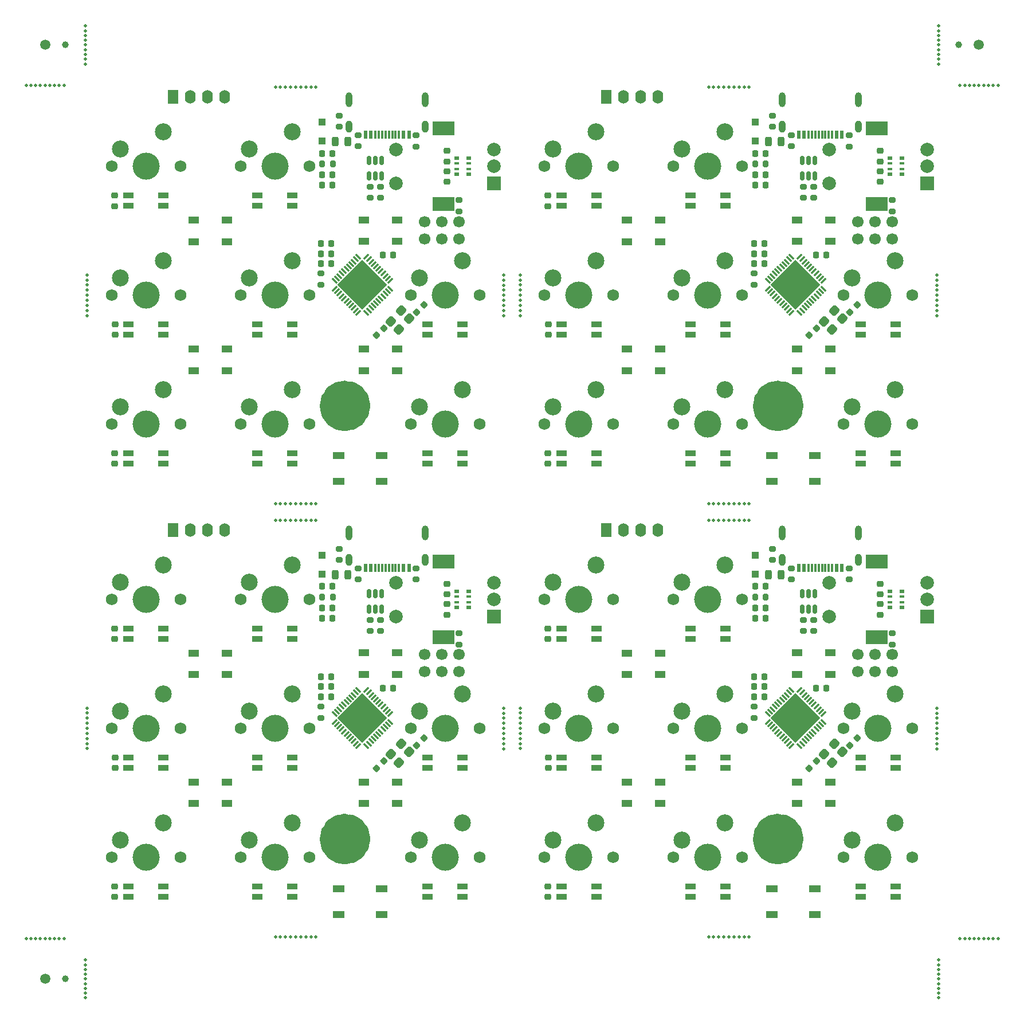
<source format=gbr>
%TF.GenerationSoftware,KiCad,Pcbnew,6.0.0*%
%TF.CreationDate,2022-01-09T18:32:07+01:00*%
%TF.ProjectId,panel,70616e65-6c2e-46b6-9963-61645f706362,rev?*%
%TF.SameCoordinates,Original*%
%TF.FileFunction,Soldermask,Bot*%
%TF.FilePolarity,Negative*%
%FSLAX46Y46*%
G04 Gerber Fmt 4.6, Leading zero omitted, Abs format (unit mm)*
G04 Created by KiCad (PCBNEW 6.0.0) date 2022-01-09 18:32:07*
%MOMM*%
%LPD*%
G01*
G04 APERTURE LIST*
G04 Aperture macros list*
%AMRoundRect*
0 Rectangle with rounded corners*
0 $1 Rounding radius*
0 $2 $3 $4 $5 $6 $7 $8 $9 X,Y pos of 4 corners*
0 Add a 4 corners polygon primitive as box body*
4,1,4,$2,$3,$4,$5,$6,$7,$8,$9,$2,$3,0*
0 Add four circle primitives for the rounded corners*
1,1,$1+$1,$2,$3*
1,1,$1+$1,$4,$5*
1,1,$1+$1,$6,$7*
1,1,$1+$1,$8,$9*
0 Add four rect primitives between the rounded corners*
20,1,$1+$1,$2,$3,$4,$5,0*
20,1,$1+$1,$4,$5,$6,$7,0*
20,1,$1+$1,$6,$7,$8,$9,0*
20,1,$1+$1,$8,$9,$2,$3,0*%
%AMRotRect*
0 Rectangle, with rotation*
0 The origin of the aperture is its center*
0 $1 length*
0 $2 width*
0 $3 Rotation angle, in degrees counterclockwise*
0 Add horizontal line*
21,1,$1,$2,0,0,$3*%
G04 Aperture macros list end*
%ADD10C,3.750000*%
%ADD11C,0.500000*%
%ADD12C,1.750000*%
%ADD13C,4.000000*%
%ADD14C,2.500000*%
%ADD15RoundRect,0.082000X-0.718000X0.328000X-0.718000X-0.328000X0.718000X-0.328000X0.718000X0.328000X0*%
%ADD16R,2.000000X2.000000*%
%ADD17C,2.000000*%
%ADD18R,3.200000X2.000000*%
%ADD19R,1.600000X2.000000*%
%ADD20O,1.600000X2.000000*%
%ADD21C,1.500000*%
%ADD22RoundRect,0.200000X-0.275000X0.200000X-0.275000X-0.200000X0.275000X-0.200000X0.275000X0.200000X0*%
%ADD23RoundRect,0.225000X0.225000X0.250000X-0.225000X0.250000X-0.225000X-0.250000X0.225000X-0.250000X0*%
%ADD24RoundRect,0.225000X-0.250000X0.225000X-0.250000X-0.225000X0.250000X-0.225000X0.250000X0.225000X0*%
%ADD25RoundRect,0.170000X-0.330000X0.255000X-0.330000X-0.255000X0.330000X-0.255000X0.330000X0.255000X0*%
%ADD26R,1.500000X1.000000*%
%ADD27C,1.000000*%
%ADD28R,0.600000X1.150000*%
%ADD29R,0.300000X1.150000*%
%ADD30O,1.000000X1.800000*%
%ADD31O,1.000000X2.200000*%
%ADD32RoundRect,0.225000X-0.017678X0.335876X-0.335876X0.017678X0.017678X-0.335876X0.335876X-0.017678X0*%
%ADD33R,1.100000X1.100000*%
%ADD34C,1.700000*%
%ADD35R,1.700000X1.000000*%
%ADD36RoundRect,0.225000X-0.225000X-0.250000X0.225000X-0.250000X0.225000X0.250000X-0.225000X0.250000X0*%
%ADD37RoundRect,0.200000X0.275000X-0.200000X0.275000X0.200000X-0.275000X0.200000X-0.275000X-0.200000X0*%
%ADD38RoundRect,0.243750X0.243750X0.456250X-0.243750X0.456250X-0.243750X-0.456250X0.243750X-0.456250X0*%
%ADD39R,0.800000X0.500000*%
%ADD40R,0.800000X0.400000*%
%ADD41RoundRect,0.300000X0.070711X0.494975X-0.494975X-0.070711X-0.070711X-0.494975X0.494975X0.070711X0*%
%ADD42RoundRect,0.170000X-0.255000X-0.330000X0.255000X-0.330000X0.255000X0.330000X-0.255000X0.330000X0*%
%ADD43RoundRect,0.150000X-0.150000X0.512500X-0.150000X-0.512500X0.150000X-0.512500X0.150000X0.512500X0*%
%ADD44RoundRect,0.225000X0.250000X-0.225000X0.250000X0.225000X-0.250000X0.225000X-0.250000X-0.225000X0*%
%ADD45RoundRect,0.225000X0.017678X-0.335876X0.335876X-0.017678X-0.017678X0.335876X-0.335876X0.017678X0*%
%ADD46RoundRect,0.062500X0.291682X0.380070X-0.380070X-0.291682X-0.291682X-0.380070X0.380070X0.291682X0*%
%ADD47RoundRect,0.062500X-0.291682X0.380070X-0.380070X0.291682X0.291682X-0.380070X0.380070X-0.291682X0*%
%ADD48RotRect,5.200000X5.200000X225.000000*%
G04 APERTURE END LIST*
%TO.C,G\u002A\u002A\u002A*%
D10*
X123195707Y-66319160D02*
G75*
G03*
X123195707Y-66319160I-1875000J0D01*
G01*
X59195704Y-66319160D02*
G75*
G03*
X59195704Y-66319160I-1875000J0D01*
G01*
X59195704Y-130319168D02*
G75*
G03*
X59195704Y-130319168I-1875000J0D01*
G01*
X123195707Y-130319168D02*
G75*
G03*
X123195707Y-130319168I-1875000J0D01*
G01*
%TD*%
D11*
%TO.C,REF\u002A\u002A*%
X50790703Y-83200986D03*
%TD*%
%TO.C,REF\u002A\u002A*%
X80798964Y-49229160D03*
%TD*%
D12*
%TO.C,MX8*%
X41866183Y-133018689D03*
D13*
X46946183Y-133018689D03*
D12*
X52026183Y-133018689D03*
D14*
X43136183Y-130478689D03*
X49486183Y-127938689D03*
%TD*%
D11*
%TO.C,REF\u002A\u002A*%
X83200964Y-52969160D03*
%TD*%
%TO.C,REF\u002A\u002A*%
X144999002Y-12999432D03*
%TD*%
%TO.C,REF\u002A\u002A*%
X116290706Y-144798966D03*
%TD*%
%TO.C,REF\u002A\u002A*%
X114790706Y-83200986D03*
%TD*%
D15*
%TO.C,D2*%
X108346186Y-35248680D03*
X108346186Y-36748680D03*
X113546186Y-36748680D03*
X113546186Y-35248680D03*
%TD*%
D11*
%TO.C,REF\u002A\u002A*%
X114790706Y-19200984D03*
%TD*%
%TO.C,REF\u002A\u002A*%
X50040703Y-80798964D03*
%TD*%
%TO.C,REF\u002A\u002A*%
X47040703Y-144798972D03*
%TD*%
D13*
%TO.C,MX6*%
X72096183Y-113968689D03*
D12*
X77176183Y-113968689D03*
X67016183Y-113968689D03*
D14*
X68286183Y-111428689D03*
X74636183Y-108888689D03*
%TD*%
D11*
%TO.C,REF\u002A\u002A*%
X47790703Y-80798967D03*
%TD*%
D12*
%TO.C,MX6*%
X131016186Y-113968689D03*
D13*
X136096186Y-113968689D03*
D12*
X141176186Y-113968689D03*
D14*
X132286186Y-111428689D03*
X138636186Y-108888689D03*
%TD*%
D12*
%TO.C,MX1*%
X32976183Y-94918689D03*
X22816183Y-94918689D03*
D13*
X27896183Y-94918689D03*
D14*
X24086183Y-92378689D03*
X30436183Y-89838689D03*
%TD*%
D11*
%TO.C,REF\u002A\u002A*%
X144798968Y-50729160D03*
%TD*%
%TO.C,REF\u002A\u002A*%
X52290703Y-80798961D03*
%TD*%
%TO.C,REF\u002A\u002A*%
X50790703Y-80798963D03*
%TD*%
%TO.C,REF\u002A\u002A*%
X144999002Y-11599232D03*
%TD*%
%TO.C,REF\u002A\u002A*%
X144798963Y-46979160D03*
%TD*%
D15*
%TO.C,D7*%
X108346186Y-137348688D03*
X108346186Y-138848688D03*
X113546186Y-138848688D03*
X113546186Y-137348688D03*
%TD*%
%TO.C,D6*%
X89296186Y-137348688D03*
X89296186Y-138848688D03*
X94496186Y-138848688D03*
X94496186Y-137348688D03*
%TD*%
D12*
%TO.C,MX1*%
X86816186Y-94918689D03*
D13*
X91896186Y-94918689D03*
D12*
X96976186Y-94918689D03*
D14*
X88086186Y-92378689D03*
X94436186Y-89838689D03*
%TD*%
D11*
%TO.C,REF\u002A\u002A*%
X80798969Y-52979160D03*
%TD*%
%TO.C,REF\u002A\u002A*%
X114040706Y-144798968D03*
%TD*%
%TO.C,REF\u002A\u002A*%
X150998499Y-19000932D03*
%TD*%
%TO.C,REF\u002A\u002A*%
X19000934Y-153100799D03*
%TD*%
D13*
%TO.C,MX7*%
X91896186Y-69018681D03*
D12*
X96976186Y-69018681D03*
X86816186Y-69018681D03*
D14*
X88086186Y-66478681D03*
X94436186Y-63938681D03*
%TD*%
D11*
%TO.C,REF\u002A\u002A*%
X151698599Y-144999001D03*
%TD*%
D12*
%TO.C,MX4*%
X86816186Y-49968681D03*
X96976186Y-49968681D03*
D13*
X91896186Y-49968681D03*
D14*
X88086186Y-47428681D03*
X94436186Y-44888681D03*
%TD*%
D11*
%TO.C,REF\u002A\u002A*%
X80798962Y-110979168D03*
%TD*%
%TO.C,REF\u002A\u002A*%
X19000934Y-10899132D03*
%TD*%
%TO.C,REF\u002A\u002A*%
X83200968Y-113969168D03*
%TD*%
%TO.C,REF\u002A\u002A*%
X80798969Y-116979168D03*
%TD*%
%TO.C,REF\u002A\u002A*%
X83200971Y-111719168D03*
%TD*%
%TO.C,REF\u002A\u002A*%
X47790703Y-83200980D03*
%TD*%
%TO.C,REF\u002A\u002A*%
X19200965Y-51469160D03*
%TD*%
%TO.C,REF\u002A\u002A*%
X144999002Y-153800899D03*
%TD*%
%TO.C,REF\u002A\u002A*%
X144798971Y-116979168D03*
%TD*%
D12*
%TO.C,MX4*%
X32976183Y-49968681D03*
D13*
X27896183Y-49968681D03*
D12*
X22816183Y-49968681D03*
D14*
X24086183Y-47428681D03*
X30436183Y-44888681D03*
%TD*%
D11*
%TO.C,REF\u002A\u002A*%
X114040706Y-83200984D03*
%TD*%
%TO.C,REF\u002A\u002A*%
X144798966Y-49229160D03*
%TD*%
D16*
%TO.C,MX3*%
X143346186Y-97418689D03*
D17*
X143346186Y-92418689D03*
X143346186Y-94918689D03*
D18*
X135846186Y-89318689D03*
X135846186Y-100518689D03*
D17*
X128846186Y-92418689D03*
X128846186Y-97418689D03*
%TD*%
D19*
%TO.C,U1*%
X31924933Y-84684939D03*
D20*
X34464933Y-84684939D03*
X37004933Y-84684939D03*
X39544933Y-84684939D03*
%TD*%
D11*
%TO.C,REF\u002A\u002A*%
X50790703Y-144798968D03*
%TD*%
%TO.C,REF\u002A\u002A*%
X19200965Y-115469168D03*
%TD*%
D16*
%TO.C,MX3*%
X79346183Y-97418689D03*
D17*
X79346183Y-92418689D03*
X79346183Y-94918689D03*
D18*
X71846183Y-89318689D03*
X71846183Y-100518689D03*
D17*
X64846183Y-92418689D03*
X64846183Y-97418689D03*
%TD*%
D15*
%TO.C,D6*%
X89296186Y-73348680D03*
X89296186Y-74848680D03*
X94496186Y-74848680D03*
X94496186Y-73348680D03*
%TD*%
D21*
%TO.C,REF\u002A\u002A*%
X13000934Y-151000999D03*
%TD*%
D11*
%TO.C,REF\u002A\u002A*%
X153798899Y-19000932D03*
%TD*%
%TO.C,REF\u002A\u002A*%
X111790706Y-80798967D03*
%TD*%
D12*
%TO.C,MX4*%
X96976186Y-113968689D03*
X86816186Y-113968689D03*
D13*
X91896186Y-113968689D03*
D14*
X88086186Y-111428689D03*
X94436186Y-108888689D03*
%TD*%
D11*
%TO.C,REF\u002A\u002A*%
X48540703Y-80798966D03*
%TD*%
D19*
%TO.C,U1*%
X31924933Y-20684931D03*
D20*
X34464933Y-20684931D03*
X37004933Y-20684931D03*
X39544933Y-20684931D03*
%TD*%
D11*
%TO.C,REF\u002A\u002A*%
X80798967Y-115479168D03*
%TD*%
%TO.C,REF\u002A\u002A*%
X50040703Y-83200984D03*
%TD*%
D15*
%TO.C,D2*%
X108346186Y-99248688D03*
X108346186Y-100748688D03*
X113546186Y-100748688D03*
X113546186Y-99248688D03*
%TD*%
D11*
%TO.C,REF\u002A\u002A*%
X117040706Y-80798960D03*
%TD*%
%TO.C,REF\u002A\u002A*%
X144798971Y-52979160D03*
%TD*%
%TO.C,REF\u002A\u002A*%
X153098799Y-144999001D03*
%TD*%
%TO.C,REF\u002A\u002A*%
X15101734Y-144999001D03*
%TD*%
%TO.C,REF\u002A\u002A*%
X149598299Y-19000932D03*
%TD*%
%TO.C,REF\u002A\u002A*%
X19000934Y-148200099D03*
%TD*%
D15*
%TO.C,D3*%
X89296186Y-118298688D03*
X89296186Y-119798688D03*
X94496186Y-119798688D03*
X94496186Y-118298688D03*
%TD*%
D12*
%TO.C,MX6*%
X131016186Y-49968681D03*
D13*
X136096186Y-49968681D03*
D12*
X141176186Y-49968681D03*
D14*
X132286186Y-47428681D03*
X138636186Y-44888681D03*
%TD*%
D12*
%TO.C,MX5*%
X52026183Y-49968681D03*
D13*
X46946183Y-49968681D03*
D12*
X41866183Y-49968681D03*
D14*
X43136183Y-47428681D03*
X49486183Y-44888681D03*
%TD*%
D19*
%TO.C,U1*%
X95924936Y-84684939D03*
D20*
X98464936Y-84684939D03*
X101004936Y-84684939D03*
X103544936Y-84684939D03*
%TD*%
D11*
%TO.C,REF\u002A\u002A*%
X80798966Y-114729168D03*
%TD*%
%TO.C,REF\u002A\u002A*%
X12301334Y-19000932D03*
%TD*%
D13*
%TO.C,MX1*%
X27896183Y-30918681D03*
D12*
X22816183Y-30918681D03*
X32976183Y-30918681D03*
D14*
X24086183Y-28378681D03*
X30436183Y-25838681D03*
%TD*%
D11*
%TO.C,REF\u002A\u002A*%
X152398699Y-144999001D03*
%TD*%
D12*
%TO.C,MX9*%
X67016183Y-133018689D03*
D13*
X72096183Y-133018689D03*
D12*
X77176183Y-133018689D03*
D14*
X68286183Y-130478689D03*
X74636183Y-127938689D03*
%TD*%
D15*
%TO.C,D3*%
X89296186Y-54298680D03*
X89296186Y-55798680D03*
X94496186Y-55798680D03*
X94496186Y-54298680D03*
%TD*%
D11*
%TO.C,REF\u002A\u002A*%
X19000934Y-15799832D03*
%TD*%
%TO.C,REF\u002A\u002A*%
X112540706Y-83200982D03*
%TD*%
%TO.C,REF\u002A\u002A*%
X144999002Y-153100799D03*
%TD*%
%TO.C,REF\u002A\u002A*%
X80798964Y-48479160D03*
%TD*%
%TO.C,REF\u002A\u002A*%
X112540706Y-19200979D03*
%TD*%
%TO.C,REF\u002A\u002A*%
X19200963Y-116969168D03*
%TD*%
%TO.C,REF\u002A\u002A*%
X80798967Y-51479160D03*
%TD*%
%TO.C,REF\u002A\u002A*%
X19000934Y-15099732D03*
%TD*%
D12*
%TO.C,MX8*%
X116026186Y-133018689D03*
D13*
X110946186Y-133018689D03*
D12*
X105866186Y-133018689D03*
D14*
X107136186Y-130478689D03*
X113486186Y-127938689D03*
%TD*%
D11*
%TO.C,REF\u002A\u002A*%
X144798970Y-52229160D03*
%TD*%
%TO.C,REF\u002A\u002A*%
X19200970Y-46969160D03*
%TD*%
%TO.C,REF\u002A\u002A*%
X83200972Y-46969160D03*
%TD*%
%TO.C,REF\u002A\u002A*%
X83200971Y-47719160D03*
%TD*%
%TO.C,REF\u002A\u002A*%
X144999002Y-148900199D03*
%TD*%
%TO.C,REF\u002A\u002A*%
X49290703Y-144798969D03*
%TD*%
%TO.C,REF\u002A\u002A*%
X19200967Y-49219160D03*
%TD*%
%TO.C,REF\u002A\u002A*%
X13701534Y-144999001D03*
%TD*%
%TO.C,REF\u002A\u002A*%
X14401634Y-19000932D03*
%TD*%
D15*
%TO.C,D6*%
X25296183Y-137348688D03*
X25296183Y-138848688D03*
X30496183Y-138848688D03*
X30496183Y-137348688D03*
%TD*%
D11*
%TO.C,REF\u002A\u002A*%
X115540706Y-80798962D03*
%TD*%
%TO.C,REF\u002A\u002A*%
X19000934Y-13699532D03*
%TD*%
%TO.C,REF\u002A\u002A*%
X19000934Y-10199032D03*
%TD*%
%TO.C,REF\u002A\u002A*%
X144798966Y-113229168D03*
%TD*%
%TO.C,REF\u002A\u002A*%
X10201034Y-19000932D03*
%TD*%
D12*
%TO.C,MX9*%
X131016186Y-133018689D03*
D13*
X136096186Y-133018689D03*
D12*
X141176186Y-133018689D03*
D14*
X132286186Y-130478689D03*
X138636186Y-127938689D03*
%TD*%
D11*
%TO.C,REF\u002A\u002A*%
X114790706Y-144798968D03*
%TD*%
%TO.C,REF\u002A\u002A*%
X47040703Y-83200979D03*
%TD*%
%TO.C,REF\u002A\u002A*%
X80798964Y-112479168D03*
%TD*%
%TO.C,REF\u002A\u002A*%
X113290706Y-83200983D03*
%TD*%
%TO.C,REF\u002A\u002A*%
X83200967Y-114719168D03*
%TD*%
D12*
%TO.C,MX7*%
X22816183Y-69018681D03*
D13*
X27896183Y-69018681D03*
D12*
X32976183Y-69018681D03*
D14*
X24086183Y-66478681D03*
X30436183Y-63938681D03*
%TD*%
D11*
%TO.C,REF\u002A\u002A*%
X47040703Y-80798968D03*
%TD*%
%TO.C,REF\u002A\u002A*%
X144798969Y-115479168D03*
%TD*%
%TO.C,REF\u002A\u002A*%
X80798963Y-47729160D03*
%TD*%
%TO.C,REF\u002A\u002A*%
X19000934Y-14399632D03*
%TD*%
%TO.C,REF\u002A\u002A*%
X49290703Y-83200983D03*
%TD*%
D15*
%TO.C,D4*%
X44346183Y-54298680D03*
X44346183Y-55798680D03*
X49546183Y-55798680D03*
X49546183Y-54298680D03*
%TD*%
D11*
%TO.C,REF\u002A\u002A*%
X12301334Y-144999001D03*
%TD*%
%TO.C,REF\u002A\u002A*%
X51540703Y-19200985D03*
%TD*%
D15*
%TO.C,D4*%
X108346186Y-54298680D03*
X108346186Y-55798680D03*
X113546186Y-55798680D03*
X113546186Y-54298680D03*
%TD*%
D11*
%TO.C,REF\u002A\u002A*%
X150998499Y-144999001D03*
%TD*%
%TO.C,REF\u002A\u002A*%
X150298399Y-19000932D03*
%TD*%
%TO.C,REF\u002A\u002A*%
X50040703Y-144798968D03*
%TD*%
%TO.C,REF\u002A\u002A*%
X19200968Y-48469160D03*
%TD*%
%TO.C,REF\u002A\u002A*%
X144798964Y-111729168D03*
%TD*%
%TO.C,REF\u002A\u002A*%
X112540706Y-144798970D03*
%TD*%
%TO.C,REF\u002A\u002A*%
X148198099Y-144999001D03*
%TD*%
D15*
%TO.C,D2*%
X44346183Y-35248680D03*
X44346183Y-36748680D03*
X49546183Y-36748680D03*
X49546183Y-35248680D03*
%TD*%
D11*
%TO.C,REF\u002A\u002A*%
X10201034Y-144999001D03*
%TD*%
D15*
%TO.C,D1*%
X25296183Y-99248688D03*
X25296183Y-100748688D03*
X30496183Y-100748688D03*
X30496183Y-99248688D03*
%TD*%
D11*
%TO.C,REF\u002A\u002A*%
X111790706Y-83200980D03*
%TD*%
%TO.C,REF\u002A\u002A*%
X148898199Y-144999001D03*
%TD*%
D15*
%TO.C,D1*%
X89296186Y-99248688D03*
X89296186Y-100748688D03*
X94496186Y-100748688D03*
X94496186Y-99248688D03*
%TD*%
D11*
%TO.C,REF\u002A\u002A*%
X116290706Y-19200987D03*
%TD*%
%TO.C,REF\u002A\u002A*%
X19000934Y-153800899D03*
%TD*%
D15*
%TO.C,D5*%
X69496183Y-54298680D03*
X69496183Y-55798680D03*
X74696183Y-55798680D03*
X74696183Y-54298680D03*
%TD*%
D12*
%TO.C,MX5*%
X105866186Y-113968689D03*
D13*
X110946186Y-113968689D03*
D12*
X116026186Y-113968689D03*
D14*
X107136186Y-111428689D03*
X113486186Y-108888689D03*
%TD*%
D11*
%TO.C,REF\u002A\u002A*%
X80798962Y-46979160D03*
%TD*%
%TO.C,REF\u002A\u002A*%
X53040703Y-19200988D03*
%TD*%
%TO.C,REF\u002A\u002A*%
X19000934Y-152400699D03*
%TD*%
%TO.C,REF\u002A\u002A*%
X148898199Y-19000932D03*
%TD*%
%TO.C,REF\u002A\u002A*%
X13001434Y-19000932D03*
%TD*%
%TO.C,REF\u002A\u002A*%
X47040703Y-19200976D03*
%TD*%
%TO.C,REF\u002A\u002A*%
X80798966Y-50729160D03*
%TD*%
%TO.C,REF\u002A\u002A*%
X80798964Y-113229168D03*
%TD*%
D12*
%TO.C,MX9*%
X131016186Y-69018681D03*
D13*
X136096186Y-69018681D03*
D12*
X141176186Y-69018681D03*
D14*
X132286186Y-66478681D03*
X138636186Y-63938681D03*
%TD*%
D11*
%TO.C,REF\u002A\u002A*%
X19200970Y-110969168D03*
%TD*%
%TO.C,REF\u002A\u002A*%
X13701534Y-19000932D03*
%TD*%
%TO.C,REF\u002A\u002A*%
X48540703Y-19200979D03*
%TD*%
%TO.C,REF\u002A\u002A*%
X83200972Y-110969168D03*
%TD*%
%TO.C,REF\u002A\u002A*%
X47790703Y-19200978D03*
%TD*%
%TO.C,REF\u002A\u002A*%
X144999002Y-148200099D03*
%TD*%
%TO.C,REF\u002A\u002A*%
X115540706Y-144798967D03*
%TD*%
%TO.C,REF\u002A\u002A*%
X111040706Y-80798968D03*
%TD*%
%TO.C,REF\u002A\u002A*%
X83200966Y-51469160D03*
%TD*%
D15*
%TO.C,D5*%
X133496186Y-118298688D03*
X133496186Y-119798688D03*
X138696186Y-119798688D03*
X138696186Y-118298688D03*
%TD*%
D11*
%TO.C,REF\u002A\u002A*%
X51540703Y-83200987D03*
%TD*%
%TO.C,REF\u002A\u002A*%
X111790706Y-19200978D03*
%TD*%
%TO.C,REF\u002A\u002A*%
X19000934Y-12299332D03*
%TD*%
D13*
%TO.C,MX2*%
X46946183Y-94918689D03*
D12*
X52026183Y-94918689D03*
X41866183Y-94918689D03*
D14*
X43136183Y-92378689D03*
X49486183Y-89838689D03*
%TD*%
D11*
%TO.C,REF\u002A\u002A*%
X49290703Y-19200981D03*
%TD*%
%TO.C,REF\u002A\u002A*%
X144798970Y-116229168D03*
%TD*%
%TO.C,REF\u002A\u002A*%
X148198099Y-19000932D03*
%TD*%
%TO.C,REF\u002A\u002A*%
X53040703Y-144798965D03*
%TD*%
%TO.C,REF\u002A\u002A*%
X144999002Y-151700599D03*
%TD*%
%TO.C,REF\u002A\u002A*%
X19200967Y-49969160D03*
%TD*%
D12*
%TO.C,MX5*%
X41866183Y-113968689D03*
D13*
X46946183Y-113968689D03*
D12*
X52026183Y-113968689D03*
D14*
X43136183Y-111428689D03*
X49486183Y-108888689D03*
%TD*%
D11*
%TO.C,REF\u002A\u002A*%
X144798967Y-49979160D03*
%TD*%
D15*
%TO.C,D6*%
X25296183Y-73348680D03*
X25296183Y-74848680D03*
X30496183Y-74848680D03*
X30496183Y-73348680D03*
%TD*%
D12*
%TO.C,MX8*%
X41866183Y-69018681D03*
X52026183Y-69018681D03*
D13*
X46946183Y-69018681D03*
D14*
X43136183Y-66478681D03*
X49486183Y-63938681D03*
%TD*%
D11*
%TO.C,REF\u002A\u002A*%
X144798964Y-47729160D03*
%TD*%
%TO.C,REF\u002A\u002A*%
X83200968Y-49969160D03*
%TD*%
%TO.C,REF\u002A\u002A*%
X19200967Y-113219168D03*
%TD*%
%TO.C,REF\u002A\u002A*%
X150298399Y-144999001D03*
%TD*%
%TO.C,REF\u002A\u002A*%
X83200966Y-115469168D03*
%TD*%
D12*
%TO.C,MX8*%
X116026186Y-69018681D03*
X105866186Y-69018681D03*
D13*
X110946186Y-69018681D03*
D14*
X107136186Y-66478681D03*
X113486186Y-63938681D03*
%TD*%
D11*
%TO.C,REF\u002A\u002A*%
X144999002Y-150300399D03*
%TD*%
%TO.C,REF\u002A\u002A*%
X111040706Y-144798972D03*
%TD*%
%TO.C,REF\u002A\u002A*%
X19000934Y-151700599D03*
%TD*%
D15*
%TO.C,D3*%
X25296183Y-118298688D03*
X25296183Y-119798688D03*
X30496183Y-119798688D03*
X30496183Y-118298688D03*
%TD*%
D11*
%TO.C,REF\u002A\u002A*%
X144999002Y-15799832D03*
%TD*%
%TO.C,REF\u002A\u002A*%
X83200969Y-49219160D03*
%TD*%
%TO.C,REF\u002A\u002A*%
X115540706Y-83200987D03*
%TD*%
%TO.C,REF\u002A\u002A*%
X144798965Y-48479160D03*
%TD*%
%TO.C,REF\u002A\u002A*%
X11601234Y-19000932D03*
%TD*%
D21*
%TO.C,REF\u002A\u002A*%
X13000934Y-12998932D03*
%TD*%
D11*
%TO.C,REF\u002A\u002A*%
X144798965Y-112479168D03*
%TD*%
%TO.C,REF\u002A\u002A*%
X153798899Y-144999001D03*
%TD*%
%TO.C,REF\u002A\u002A*%
X152398699Y-19000932D03*
%TD*%
%TO.C,REF\u002A\u002A*%
X19000934Y-12999432D03*
%TD*%
%TO.C,REF\u002A\u002A*%
X11601234Y-144999001D03*
%TD*%
D12*
%TO.C,MX7*%
X96976186Y-133018689D03*
D13*
X91896186Y-133018689D03*
D12*
X86816186Y-133018689D03*
D14*
X88086186Y-130478689D03*
X94436186Y-127938689D03*
%TD*%
D11*
%TO.C,REF\u002A\u002A*%
X113290706Y-19200981D03*
%TD*%
%TO.C,REF\u002A\u002A*%
X80798965Y-49979160D03*
%TD*%
%TO.C,REF\u002A\u002A*%
X144798963Y-110979168D03*
%TD*%
%TO.C,REF\u002A\u002A*%
X19200969Y-111719168D03*
%TD*%
D12*
%TO.C,MX6*%
X67016183Y-49968681D03*
D13*
X72096183Y-49968681D03*
D12*
X77176183Y-49968681D03*
D14*
X68286183Y-47428681D03*
X74636183Y-44888681D03*
%TD*%
D12*
%TO.C,MX2*%
X116026186Y-94918689D03*
D13*
X110946186Y-94918689D03*
D12*
X105866186Y-94918689D03*
D14*
X107136186Y-92378689D03*
X113486186Y-89838689D03*
%TD*%
D11*
%TO.C,REF\u002A\u002A*%
X153098799Y-19000932D03*
%TD*%
D15*
%TO.C,D3*%
X25296183Y-54298680D03*
X25296183Y-55798680D03*
X30496183Y-55798680D03*
X30496183Y-54298680D03*
%TD*%
D11*
%TO.C,REF\u002A\u002A*%
X52290703Y-19200987D03*
%TD*%
%TO.C,REF\u002A\u002A*%
X49290703Y-80798965D03*
%TD*%
%TO.C,REF\u002A\u002A*%
X19200964Y-52219160D03*
%TD*%
%TO.C,REF\u002A\u002A*%
X52290703Y-144798966D03*
%TD*%
D15*
%TO.C,D8*%
X69496183Y-73348680D03*
X69496183Y-74848680D03*
X74696183Y-74848680D03*
X74696183Y-73348680D03*
%TD*%
D11*
%TO.C,REF\u002A\u002A*%
X149598299Y-144999001D03*
%TD*%
%TO.C,REF\u002A\u002A*%
X144999002Y-10199032D03*
%TD*%
%TO.C,REF\u002A\u002A*%
X19200967Y-113969168D03*
%TD*%
D15*
%TO.C,D2*%
X44346183Y-99248688D03*
X44346183Y-100748688D03*
X49546183Y-100748688D03*
X49546183Y-99248688D03*
%TD*%
D11*
%TO.C,REF\u002A\u002A*%
X48540703Y-144798970D03*
%TD*%
%TO.C,REF\u002A\u002A*%
X83200965Y-52219160D03*
%TD*%
%TO.C,REF\u002A\u002A*%
X19200968Y-112469168D03*
%TD*%
%TO.C,REF\u002A\u002A*%
X144999002Y-151000499D03*
%TD*%
%TO.C,REF\u002A\u002A*%
X83200967Y-50719160D03*
%TD*%
%TO.C,REF\u002A\u002A*%
X15801834Y-144999001D03*
%TD*%
%TO.C,REF\u002A\u002A*%
X19000934Y-150300399D03*
%TD*%
D15*
%TO.C,D1*%
X25296183Y-35248680D03*
X25296183Y-36748680D03*
X30496183Y-36748680D03*
X30496183Y-35248680D03*
%TD*%
D11*
%TO.C,REF\u002A\u002A*%
X117040706Y-83200989D03*
%TD*%
%TO.C,REF\u002A\u002A*%
X47790703Y-144798971D03*
%TD*%
%TO.C,REF\u002A\u002A*%
X80798968Y-52229160D03*
%TD*%
%TO.C,REF\u002A\u002A*%
X83200970Y-48469160D03*
%TD*%
%TO.C,REF\u002A\u002A*%
X19000934Y-151000499D03*
%TD*%
%TO.C,REF\u002A\u002A*%
X144999002Y-13699532D03*
%TD*%
%TO.C,REF\u002A\u002A*%
X83200969Y-113219168D03*
%TD*%
%TO.C,REF\u002A\u002A*%
X116290706Y-80798961D03*
%TD*%
%TO.C,REF\u002A\u002A*%
X80798965Y-113979168D03*
%TD*%
%TO.C,REF\u002A\u002A*%
X15101734Y-19000932D03*
%TD*%
%TO.C,REF\u002A\u002A*%
X10901134Y-144999001D03*
%TD*%
%TO.C,REF\u002A\u002A*%
X144999002Y-15099732D03*
%TD*%
D15*
%TO.C,D7*%
X108346186Y-73348680D03*
X108346186Y-74848680D03*
X113546186Y-74848680D03*
X113546186Y-73348680D03*
%TD*%
D11*
%TO.C,REF\u002A\u002A*%
X52290703Y-83200988D03*
%TD*%
%TO.C,REF\u002A\u002A*%
X48540703Y-83200982D03*
%TD*%
D15*
%TO.C,D7*%
X44346183Y-73348680D03*
X44346183Y-74848680D03*
X49546183Y-74848680D03*
X49546183Y-73348680D03*
%TD*%
D11*
%TO.C,REF\u002A\u002A*%
X151698599Y-19000932D03*
%TD*%
%TO.C,REF\u002A\u002A*%
X19200966Y-114719168D03*
%TD*%
D15*
%TO.C,D5*%
X133496186Y-54298680D03*
X133496186Y-55798680D03*
X138696186Y-55798680D03*
X138696186Y-54298680D03*
%TD*%
D11*
%TO.C,REF\u002A\u002A*%
X13001434Y-144999001D03*
%TD*%
%TO.C,REF\u002A\u002A*%
X111040706Y-19200976D03*
%TD*%
D15*
%TO.C,D7*%
X44346183Y-137348688D03*
X44346183Y-138848688D03*
X49546183Y-138848688D03*
X49546183Y-137348688D03*
%TD*%
D13*
%TO.C,MX5*%
X110946186Y-49968681D03*
D12*
X105866186Y-49968681D03*
X116026186Y-49968681D03*
D14*
X107136186Y-47428681D03*
X113486186Y-44888681D03*
%TD*%
D15*
%TO.C,D8*%
X133496186Y-73348680D03*
X133496186Y-74848680D03*
X138696186Y-74848680D03*
X138696186Y-73348680D03*
%TD*%
%TO.C,D4*%
X108346186Y-118298688D03*
X108346186Y-119798688D03*
X113546186Y-119798688D03*
X113546186Y-118298688D03*
%TD*%
D11*
%TO.C,REF\u002A\u002A*%
X19000934Y-149600299D03*
%TD*%
%TO.C,REF\u002A\u002A*%
X83200965Y-116219168D03*
%TD*%
%TO.C,REF\u002A\u002A*%
X116290706Y-83200988D03*
%TD*%
%TO.C,REF\u002A\u002A*%
X19000934Y-11599232D03*
%TD*%
D13*
%TO.C,MX2*%
X46946183Y-30918681D03*
D12*
X52026183Y-30918681D03*
X41866183Y-30918681D03*
D14*
X43136183Y-28378681D03*
X49486183Y-25838681D03*
%TD*%
D11*
%TO.C,REF\u002A\u002A*%
X144798968Y-114729168D03*
%TD*%
D12*
%TO.C,MX2*%
X116026186Y-30918681D03*
D13*
X110946186Y-30918681D03*
D12*
X105866186Y-30918681D03*
D14*
X107136186Y-28378681D03*
X113486186Y-25838681D03*
%TD*%
D11*
%TO.C,REF\u002A\u002A*%
X144999002Y-152400699D03*
%TD*%
%TO.C,REF\u002A\u002A*%
X53040703Y-80798960D03*
%TD*%
%TO.C,REF\u002A\u002A*%
X53040703Y-83200989D03*
%TD*%
%TO.C,REF\u002A\u002A*%
X19200964Y-116219168D03*
%TD*%
%TO.C,REF\u002A\u002A*%
X144999002Y-12299332D03*
%TD*%
%TO.C,REF\u002A\u002A*%
X114040706Y-19200982D03*
%TD*%
%TO.C,REF\u002A\u002A*%
X19200963Y-52969160D03*
%TD*%
D12*
%TO.C,MX7*%
X32976183Y-133018689D03*
X22816183Y-133018689D03*
D13*
X27896183Y-133018689D03*
D14*
X24086183Y-130478689D03*
X30436183Y-127938689D03*
%TD*%
D11*
%TO.C,REF\u002A\u002A*%
X144798969Y-51479160D03*
%TD*%
%TO.C,REF\u002A\u002A*%
X19200969Y-47719160D03*
%TD*%
%TO.C,REF\u002A\u002A*%
X14401634Y-144999001D03*
%TD*%
%TO.C,REF\u002A\u002A*%
X83200970Y-112469168D03*
%TD*%
%TO.C,REF\u002A\u002A*%
X19000934Y-148900199D03*
%TD*%
D19*
%TO.C,U1*%
X95924936Y-20684931D03*
D20*
X98464936Y-20684931D03*
X101004936Y-20684931D03*
X103544936Y-20684931D03*
%TD*%
D11*
%TO.C,REF\u002A\u002A*%
X51540703Y-80798962D03*
%TD*%
%TO.C,REF\u002A\u002A*%
X111790706Y-144798971D03*
%TD*%
%TO.C,REF\u002A\u002A*%
X111040706Y-83200979D03*
%TD*%
D12*
%TO.C,MX9*%
X77176183Y-69018681D03*
D13*
X72096183Y-69018681D03*
D12*
X67016183Y-69018681D03*
D14*
X68286183Y-66478681D03*
X74636183Y-63938681D03*
%TD*%
D11*
%TO.C,REF\u002A\u002A*%
X114040706Y-80798964D03*
%TD*%
D16*
%TO.C,MX3*%
X79346183Y-33418681D03*
D17*
X79346183Y-28418681D03*
X79346183Y-30918681D03*
D18*
X71846183Y-36518681D03*
X71846183Y-25318681D03*
D17*
X64846183Y-28418681D03*
X64846183Y-33418681D03*
%TD*%
D11*
%TO.C,REF\u002A\u002A*%
X10901134Y-19000932D03*
%TD*%
D15*
%TO.C,D4*%
X44346183Y-118298688D03*
X44346183Y-119798688D03*
X49546183Y-119798688D03*
X49546183Y-118298688D03*
%TD*%
%TO.C,D8*%
X69496183Y-137348688D03*
X69496183Y-138848688D03*
X74696183Y-138848688D03*
X74696183Y-137348688D03*
%TD*%
D13*
%TO.C,MX1*%
X91896186Y-30918681D03*
D12*
X86816186Y-30918681D03*
X96976186Y-30918681D03*
D14*
X88086186Y-28378681D03*
X94436186Y-25838681D03*
%TD*%
D12*
%TO.C,MX4*%
X22816183Y-113968689D03*
D13*
X27896183Y-113968689D03*
D12*
X32976183Y-113968689D03*
D14*
X24086183Y-111428689D03*
X30436183Y-108888689D03*
%TD*%
D11*
%TO.C,REF\u002A\u002A*%
X80798963Y-111729168D03*
%TD*%
%TO.C,REF\u002A\u002A*%
X144999002Y-10899132D03*
%TD*%
%TO.C,REF\u002A\u002A*%
X114790706Y-80798963D03*
%TD*%
%TO.C,REF\u002A\u002A*%
X15801834Y-19000932D03*
%TD*%
%TO.C,REF\u002A\u002A*%
X19200966Y-50719160D03*
%TD*%
D21*
%TO.C,REF\u002A\u002A*%
X150998999Y-12998932D03*
%TD*%
D15*
%TO.C,D1*%
X89296186Y-35248680D03*
X89296186Y-36748680D03*
X94496186Y-36748680D03*
X94496186Y-35248680D03*
%TD*%
D11*
%TO.C,REF\u002A\u002A*%
X50040703Y-19200982D03*
%TD*%
%TO.C,REF\u002A\u002A*%
X51540703Y-144798967D03*
%TD*%
%TO.C,REF\u002A\u002A*%
X112540706Y-80798966D03*
%TD*%
%TO.C,REF\u002A\u002A*%
X117040706Y-19200988D03*
%TD*%
%TO.C,REF\u002A\u002A*%
X115540706Y-19200985D03*
%TD*%
%TO.C,REF\u002A\u002A*%
X83200964Y-116969168D03*
%TD*%
D16*
%TO.C,MX3*%
X143346186Y-33418681D03*
D17*
X143346186Y-28418681D03*
X143346186Y-30918681D03*
D18*
X135846186Y-25318681D03*
X135846186Y-36518681D03*
D17*
X128846186Y-28418681D03*
X128846186Y-33418681D03*
%TD*%
D11*
%TO.C,REF\u002A\u002A*%
X80798968Y-116229168D03*
%TD*%
D15*
%TO.C,D8*%
X133496186Y-137348688D03*
X133496186Y-138848688D03*
X138696186Y-138848688D03*
X138696186Y-137348688D03*
%TD*%
D11*
%TO.C,REF\u002A\u002A*%
X144999002Y-149600299D03*
%TD*%
%TO.C,REF\u002A\u002A*%
X50790703Y-19200984D03*
%TD*%
D15*
%TO.C,D5*%
X69496183Y-118298688D03*
X69496183Y-119798688D03*
X74696183Y-119798688D03*
X74696183Y-118298688D03*
%TD*%
D11*
%TO.C,REF\u002A\u002A*%
X113290706Y-144798969D03*
%TD*%
%TO.C,REF\u002A\u002A*%
X117040706Y-144798965D03*
%TD*%
%TO.C,REF\u002A\u002A*%
X144999002Y-14399632D03*
%TD*%
%TO.C,REF\u002A\u002A*%
X144798967Y-113979168D03*
%TD*%
%TO.C,REF\u002A\u002A*%
X113290706Y-80798965D03*
%TD*%
D22*
%TO.C,R1*%
X67839933Y-26344931D03*
X67839933Y-27994931D03*
%TD*%
D23*
%TO.C,C8*%
X55289933Y-107824939D03*
X53739933Y-107824939D03*
%TD*%
D24*
%TO.C,C6*%
X23314933Y-99249939D03*
X23314933Y-100799939D03*
%TD*%
D25*
%TO.C,FB1*%
X120474936Y-87444939D03*
X120474936Y-89044939D03*
%TD*%
D26*
%TO.C,D12*%
X124114936Y-125093689D03*
X124114936Y-121893689D03*
X129014936Y-121893689D03*
X129014936Y-125093689D03*
%TD*%
D27*
%TO.C,REF\u002A\u002A*%
X16000934Y-12998932D03*
%TD*%
D28*
%TO.C,J1*%
X124359936Y-26274931D03*
X125159936Y-26274931D03*
D29*
X126309936Y-26274931D03*
X127309936Y-26274931D03*
X127809936Y-26274931D03*
X128809936Y-26274931D03*
D28*
X129959936Y-26274931D03*
X130759936Y-26274931D03*
X130759936Y-26274931D03*
X129959936Y-26274931D03*
D29*
X129309936Y-26274931D03*
X128309936Y-26274931D03*
X126809936Y-26274931D03*
X125809936Y-26274931D03*
D28*
X125159936Y-26274931D03*
X124359936Y-26274931D03*
D30*
X121939936Y-25074931D03*
X133179936Y-25074931D03*
D31*
X133179936Y-21074931D03*
X121939936Y-21074931D03*
%TD*%
D23*
%TO.C,C5*%
X119489936Y-97674939D03*
X117939936Y-97674939D03*
%TD*%
D32*
%TO.C,C11*%
X132992944Y-51396923D03*
X131896928Y-52492939D03*
%TD*%
D33*
%TO.C,D9*%
X117929936Y-88409939D03*
X117929936Y-91209939D03*
%TD*%
D34*
%TO.C,J2*%
X133099936Y-39079931D03*
X133099936Y-41619931D03*
X135639936Y-39079931D03*
X135639936Y-41619931D03*
X138179936Y-39079931D03*
X138179936Y-41619931D03*
%TD*%
D35*
%TO.C,SW1*%
X126714936Y-137649939D03*
X120414936Y-137649939D03*
X126714936Y-141449939D03*
X120414936Y-141449939D03*
%TD*%
D36*
%TO.C,C9*%
X62889933Y-108024939D03*
X64439933Y-108024939D03*
%TD*%
D37*
%TO.C,R4*%
X125049936Y-99604939D03*
X125049936Y-97954939D03*
%TD*%
D23*
%TO.C,C8*%
X119289936Y-107824939D03*
X117739936Y-107824939D03*
%TD*%
D25*
%TO.C,FB1*%
X120474936Y-23444931D03*
X120474936Y-25044931D03*
%TD*%
D38*
%TO.C,F1*%
X121747436Y-91239939D03*
X119872436Y-91239939D03*
%TD*%
D35*
%TO.C,SW1*%
X62714933Y-137649939D03*
X56414933Y-137649939D03*
X56414933Y-141449939D03*
X62714933Y-141449939D03*
%TD*%
D23*
%TO.C,C10*%
X119289936Y-45324931D03*
X117739936Y-45324931D03*
%TD*%
D22*
%TO.C,R1*%
X131839936Y-90344939D03*
X131839936Y-91994939D03*
%TD*%
D36*
%TO.C,C9*%
X62889933Y-44024931D03*
X64439933Y-44024931D03*
%TD*%
D39*
%TO.C,RN1*%
X73827433Y-32118681D03*
D40*
X73827433Y-31318681D03*
X73827433Y-30518681D03*
D39*
X73827433Y-29718681D03*
X75627433Y-29718681D03*
D40*
X75627433Y-30518681D03*
X75627433Y-31318681D03*
D39*
X75627433Y-32118681D03*
%TD*%
D34*
%TO.C,J2*%
X69099933Y-103079939D03*
X69099933Y-105619939D03*
X71639933Y-103079939D03*
X71639933Y-105619939D03*
X74179933Y-103079939D03*
X74179933Y-105619939D03*
%TD*%
D23*
%TO.C,C7*%
X55289933Y-42324931D03*
X53739933Y-42324931D03*
%TD*%
%TO.C,C3*%
X119464936Y-96149939D03*
X117914936Y-96149939D03*
%TD*%
D24*
%TO.C,C6*%
X87314936Y-35249931D03*
X87314936Y-36799931D03*
%TD*%
D41*
%TO.C,Y1*%
X66833791Y-53458154D03*
X65278156Y-55013789D03*
X64076075Y-53811708D03*
X65631710Y-52256073D03*
%TD*%
D35*
%TO.C,SW1*%
X120414936Y-73649931D03*
X126714936Y-73649931D03*
X120414936Y-77449931D03*
X126714936Y-77449931D03*
%TD*%
D24*
%TO.C,C12*%
X23364933Y-118249939D03*
X23364933Y-119799939D03*
%TD*%
D26*
%TO.C,D11*%
X98971186Y-42043681D03*
X98971186Y-38843681D03*
X103871186Y-38843681D03*
X103871186Y-42043681D03*
%TD*%
D23*
%TO.C,C10*%
X119289936Y-109324939D03*
X117739936Y-109324939D03*
%TD*%
D22*
%TO.C,R6*%
X53764933Y-110749939D03*
X53764933Y-112399939D03*
%TD*%
D34*
%TO.C,J2*%
X69099933Y-39079931D03*
X69099933Y-41619931D03*
X71639933Y-39079931D03*
X71639933Y-41619931D03*
X74179933Y-39079931D03*
X74179933Y-41619931D03*
%TD*%
D26*
%TO.C,D12*%
X60114933Y-61093681D03*
X60114933Y-57893681D03*
X65014933Y-57893681D03*
X65014933Y-61093681D03*
%TD*%
D32*
%TO.C,C11*%
X132992944Y-115396931D03*
X131896928Y-116492947D03*
%TD*%
D24*
%TO.C,C4*%
X136384936Y-31629931D03*
X136384936Y-33179931D03*
%TD*%
D41*
%TO.C,Y1*%
X130833794Y-53458154D03*
X129278159Y-55013789D03*
X128076078Y-53811708D03*
X129631713Y-52256073D03*
%TD*%
D42*
%TO.C,FB2*%
X53899933Y-94589939D03*
X55499933Y-94589939D03*
%TD*%
D43*
%TO.C,U2*%
X60859933Y-94062439D03*
X61809933Y-94062439D03*
X62759933Y-94062439D03*
X62759933Y-96337439D03*
X61809933Y-96337439D03*
X60859933Y-96337439D03*
%TD*%
D24*
%TO.C,C14*%
X87314936Y-137299939D03*
X87314936Y-138849939D03*
%TD*%
D44*
%TO.C,C2*%
X72384933Y-94189939D03*
X72384933Y-92639939D03*
%TD*%
D23*
%TO.C,C7*%
X55289933Y-106324939D03*
X53739933Y-106324939D03*
%TD*%
D26*
%TO.C,D12*%
X60114933Y-125093689D03*
X60114933Y-121893689D03*
X65014933Y-121893689D03*
X65014933Y-125093689D03*
%TD*%
%TO.C,D11*%
X98971186Y-106043689D03*
X98971186Y-102843689D03*
X103871186Y-102843689D03*
X103871186Y-106043689D03*
%TD*%
D27*
%TO.C,REF\u002A\u002A*%
X147998999Y-12998932D03*
%TD*%
D45*
%TO.C,C13*%
X125936928Y-119922947D03*
X127032944Y-118826931D03*
%TD*%
D28*
%TO.C,J1*%
X60359933Y-26274931D03*
X61159933Y-26274931D03*
D29*
X62309933Y-26274931D03*
X63309933Y-26274931D03*
X63809933Y-26274931D03*
X64809933Y-26274931D03*
D28*
X65959933Y-26274931D03*
X66759933Y-26274931D03*
X66759933Y-26274931D03*
X65959933Y-26274931D03*
D29*
X65309933Y-26274931D03*
X64309933Y-26274931D03*
X62809933Y-26274931D03*
X61809933Y-26274931D03*
D28*
X61159933Y-26274931D03*
X60359933Y-26274931D03*
D30*
X57939933Y-25074931D03*
X69179933Y-25074931D03*
D31*
X69179933Y-21074931D03*
X57939933Y-21074931D03*
%TD*%
D23*
%TO.C,C5*%
X119489936Y-33674931D03*
X117939936Y-33674931D03*
%TD*%
D36*
%TO.C,C1*%
X117914936Y-29009931D03*
X119464936Y-29009931D03*
%TD*%
D37*
%TO.C,R2*%
X123289936Y-27969931D03*
X123289936Y-26319931D03*
%TD*%
D24*
%TO.C,C4*%
X136384936Y-95629939D03*
X136384936Y-97179939D03*
%TD*%
D25*
%TO.C,FB1*%
X56474933Y-23444931D03*
X56474933Y-25044931D03*
%TD*%
D37*
%TO.C,R2*%
X123289936Y-91969939D03*
X123289936Y-90319939D03*
%TD*%
D45*
%TO.C,C13*%
X61936925Y-55922939D03*
X63032941Y-54826923D03*
%TD*%
D44*
%TO.C,C2*%
X136384936Y-94189939D03*
X136384936Y-92639939D03*
%TD*%
D26*
%TO.C,D11*%
X34971183Y-42043681D03*
X34971183Y-38843681D03*
X39871183Y-38843681D03*
X39871183Y-42043681D03*
%TD*%
D38*
%TO.C,F1*%
X121747436Y-27239931D03*
X119872436Y-27239931D03*
%TD*%
D37*
%TO.C,R5*%
X138189936Y-37574931D03*
X138189936Y-35924931D03*
%TD*%
%TO.C,R4*%
X125049936Y-35604931D03*
X125049936Y-33954931D03*
%TD*%
D23*
%TO.C,C7*%
X119289936Y-106324939D03*
X117739936Y-106324939D03*
%TD*%
%TO.C,C10*%
X55289933Y-109324939D03*
X53739933Y-109324939D03*
%TD*%
D37*
%TO.C,R4*%
X61049933Y-35604931D03*
X61049933Y-33954931D03*
%TD*%
%TO.C,R3*%
X62559933Y-99604939D03*
X62559933Y-97954939D03*
%TD*%
D23*
%TO.C,C7*%
X119289936Y-42324931D03*
X117739936Y-42324931D03*
%TD*%
D45*
%TO.C,C13*%
X125936928Y-55922939D03*
X127032944Y-54826923D03*
%TD*%
D24*
%TO.C,C14*%
X87314936Y-73299931D03*
X87314936Y-74849931D03*
%TD*%
D39*
%TO.C,RN1*%
X137827436Y-96118689D03*
D40*
X137827436Y-95318689D03*
X137827436Y-94518689D03*
D39*
X137827436Y-93718689D03*
X139627436Y-93718689D03*
D40*
X139627436Y-94518689D03*
X139627436Y-95318689D03*
D39*
X139627436Y-96118689D03*
%TD*%
D43*
%TO.C,U2*%
X60859933Y-30062431D03*
X61809933Y-30062431D03*
X62759933Y-30062431D03*
X62759933Y-32337431D03*
X61809933Y-32337431D03*
X60859933Y-32337431D03*
%TD*%
D28*
%TO.C,J1*%
X60359933Y-90274939D03*
X61159933Y-90274939D03*
D29*
X62309933Y-90274939D03*
X63309933Y-90274939D03*
X63809933Y-90274939D03*
X64809933Y-90274939D03*
D28*
X65959933Y-90274939D03*
X66759933Y-90274939D03*
X66759933Y-90274939D03*
X65959933Y-90274939D03*
D29*
X65309933Y-90274939D03*
X64309933Y-90274939D03*
X62809933Y-90274939D03*
X61809933Y-90274939D03*
D28*
X61159933Y-90274939D03*
X60359933Y-90274939D03*
D30*
X57939933Y-89074939D03*
X69179933Y-89074939D03*
D31*
X69179933Y-85074939D03*
X57939933Y-85074939D03*
%TD*%
D26*
%TO.C,D13*%
X34971183Y-61093681D03*
X34971183Y-57893681D03*
X39871183Y-57893681D03*
X39871183Y-61093681D03*
%TD*%
D28*
%TO.C,J1*%
X124359936Y-90274939D03*
X125159936Y-90274939D03*
D29*
X126309936Y-90274939D03*
X127309936Y-90274939D03*
X127809936Y-90274939D03*
X128809936Y-90274939D03*
D28*
X129959936Y-90274939D03*
X130759936Y-90274939D03*
X130759936Y-90274939D03*
X129959936Y-90274939D03*
D29*
X129309936Y-90274939D03*
X128309936Y-90274939D03*
X126809936Y-90274939D03*
X125809936Y-90274939D03*
D28*
X125159936Y-90274939D03*
X124359936Y-90274939D03*
D30*
X121939936Y-89074939D03*
X133179936Y-89074939D03*
D31*
X133179936Y-85074939D03*
X121939936Y-85074939D03*
%TD*%
D37*
%TO.C,R4*%
X61049933Y-99604939D03*
X61049933Y-97954939D03*
%TD*%
D39*
%TO.C,RN1*%
X73827433Y-96118689D03*
D40*
X73827433Y-95318689D03*
X73827433Y-94518689D03*
D39*
X73827433Y-93718689D03*
X75627433Y-93718689D03*
D40*
X75627433Y-94518689D03*
X75627433Y-95318689D03*
D39*
X75627433Y-96118689D03*
%TD*%
D37*
%TO.C,R2*%
X59289933Y-91969939D03*
X59289933Y-90319939D03*
%TD*%
D24*
%TO.C,C14*%
X23314933Y-137299939D03*
X23314933Y-138849939D03*
%TD*%
D23*
%TO.C,C8*%
X55289933Y-43824931D03*
X53739933Y-43824931D03*
%TD*%
D36*
%TO.C,C9*%
X126889936Y-44024931D03*
X128439936Y-44024931D03*
%TD*%
D43*
%TO.C,U2*%
X124859936Y-30062431D03*
X125809936Y-30062431D03*
X126759936Y-30062431D03*
X126759936Y-32337431D03*
X125809936Y-32337431D03*
X124859936Y-32337431D03*
%TD*%
D26*
%TO.C,D12*%
X124114936Y-61093681D03*
X124114936Y-57893681D03*
X129014936Y-57893681D03*
X129014936Y-61093681D03*
%TD*%
D23*
%TO.C,C3*%
X55464933Y-96149939D03*
X53914933Y-96149939D03*
%TD*%
D37*
%TO.C,R5*%
X138189936Y-101574939D03*
X138189936Y-99924939D03*
%TD*%
D26*
%TO.C,D10*%
X60114933Y-106024939D03*
X60114933Y-102824939D03*
X65014933Y-102824939D03*
X65014933Y-106024939D03*
%TD*%
D36*
%TO.C,C1*%
X117914936Y-93009939D03*
X119464936Y-93009939D03*
%TD*%
D41*
%TO.C,Y1*%
X130833794Y-117458162D03*
X129278159Y-119013797D03*
X128076078Y-117811716D03*
X129631713Y-116256081D03*
%TD*%
D22*
%TO.C,R6*%
X53764933Y-46749931D03*
X53764933Y-48399931D03*
%TD*%
D32*
%TO.C,C11*%
X68992941Y-115396931D03*
X67896925Y-116492947D03*
%TD*%
D37*
%TO.C,R3*%
X126559936Y-99604939D03*
X126559936Y-97954939D03*
%TD*%
D34*
%TO.C,J2*%
X133099936Y-103079939D03*
X133099936Y-105619939D03*
X135639936Y-103079939D03*
X135639936Y-105619939D03*
X138179936Y-103079939D03*
X138179936Y-105619939D03*
%TD*%
D23*
%TO.C,C3*%
X119464936Y-32149931D03*
X117914936Y-32149931D03*
%TD*%
%TO.C,C3*%
X55464933Y-32149931D03*
X53914933Y-32149931D03*
%TD*%
D37*
%TO.C,R3*%
X126559936Y-35604931D03*
X126559936Y-33954931D03*
%TD*%
D46*
%TO.C,U3*%
X60487135Y-44308045D03*
X60840688Y-44661599D03*
X61194242Y-45015152D03*
X61547795Y-45368705D03*
X61901348Y-45722259D03*
X62254902Y-46075812D03*
X62608455Y-46429366D03*
X62962009Y-46782919D03*
X63315562Y-47136472D03*
X63669115Y-47490026D03*
X64022669Y-47843579D03*
D47*
X64022669Y-49027983D03*
X63669115Y-49381536D03*
X63315562Y-49735090D03*
X62962009Y-50088643D03*
X62608455Y-50442196D03*
X62254902Y-50795750D03*
X61901348Y-51149303D03*
X61547795Y-51502857D03*
X61194242Y-51856410D03*
X60840688Y-52209963D03*
X60487135Y-52563517D03*
D46*
X59302731Y-52563517D03*
X58949178Y-52209963D03*
X58595624Y-51856410D03*
X58242071Y-51502857D03*
X57888518Y-51149303D03*
X57534964Y-50795750D03*
X57181411Y-50442196D03*
X56827857Y-50088643D03*
X56474304Y-49735090D03*
X56120751Y-49381536D03*
X55767197Y-49027983D03*
D47*
X55767197Y-47843579D03*
X56120751Y-47490026D03*
X56474304Y-47136472D03*
X56827857Y-46782919D03*
X57181411Y-46429366D03*
X57534964Y-46075812D03*
X57888518Y-45722259D03*
X58242071Y-45368705D03*
X58595624Y-45015152D03*
X58949178Y-44661599D03*
X59302731Y-44308045D03*
D48*
X59894933Y-48435781D03*
%TD*%
D42*
%TO.C,FB2*%
X117899936Y-30589931D03*
X119499936Y-30589931D03*
%TD*%
D45*
%TO.C,C13*%
X61936925Y-119922947D03*
X63032941Y-118826931D03*
%TD*%
D38*
%TO.C,F1*%
X57747433Y-91239939D03*
X55872433Y-91239939D03*
%TD*%
D26*
%TO.C,D10*%
X124114936Y-106024939D03*
X124114936Y-102824939D03*
X129014936Y-102824939D03*
X129014936Y-106024939D03*
%TD*%
D44*
%TO.C,C2*%
X72384933Y-30189931D03*
X72384933Y-28639931D03*
%TD*%
D23*
%TO.C,C10*%
X55289933Y-45324931D03*
X53739933Y-45324931D03*
%TD*%
D24*
%TO.C,C6*%
X87314936Y-99249939D03*
X87314936Y-100799939D03*
%TD*%
%TO.C,C6*%
X23314933Y-35249931D03*
X23314933Y-36799931D03*
%TD*%
D39*
%TO.C,RN1*%
X137827436Y-32118681D03*
D40*
X137827436Y-31318681D03*
X137827436Y-30518681D03*
D39*
X137827436Y-29718681D03*
X139627436Y-29718681D03*
D40*
X139627436Y-30518681D03*
X139627436Y-31318681D03*
D39*
X139627436Y-32118681D03*
%TD*%
D36*
%TO.C,C1*%
X53914933Y-29009931D03*
X55464933Y-29009931D03*
%TD*%
D37*
%TO.C,R5*%
X74189933Y-37574931D03*
X74189933Y-35924931D03*
%TD*%
%TO.C,R5*%
X74189933Y-101574939D03*
X74189933Y-99924939D03*
%TD*%
D26*
%TO.C,D11*%
X34971183Y-106043689D03*
X34971183Y-102843689D03*
X39871183Y-102843689D03*
X39871183Y-106043689D03*
%TD*%
D33*
%TO.C,D9*%
X117929936Y-24409931D03*
X117929936Y-27209931D03*
%TD*%
D41*
%TO.C,Y1*%
X66833791Y-117458162D03*
X65278156Y-119013797D03*
X64076075Y-117811716D03*
X65631710Y-116256081D03*
%TD*%
D35*
%TO.C,SW1*%
X56414933Y-73649931D03*
X62714933Y-73649931D03*
X56414933Y-77449931D03*
X62714933Y-77449931D03*
%TD*%
D24*
%TO.C,C12*%
X87364936Y-54249931D03*
X87364936Y-55799931D03*
%TD*%
D23*
%TO.C,C5*%
X55489933Y-33674931D03*
X53939933Y-33674931D03*
%TD*%
D22*
%TO.C,R6*%
X117764936Y-110749939D03*
X117764936Y-112399939D03*
%TD*%
D23*
%TO.C,C5*%
X55489933Y-97674939D03*
X53939933Y-97674939D03*
%TD*%
D37*
%TO.C,R2*%
X59289933Y-27969931D03*
X59289933Y-26319931D03*
%TD*%
D25*
%TO.C,FB1*%
X56474933Y-87444939D03*
X56474933Y-89044939D03*
%TD*%
D23*
%TO.C,C8*%
X119289936Y-43824931D03*
X117739936Y-43824931D03*
%TD*%
D22*
%TO.C,R1*%
X131839936Y-26344931D03*
X131839936Y-27994931D03*
%TD*%
D26*
%TO.C,D10*%
X60114933Y-42024931D03*
X60114933Y-38824931D03*
X65014933Y-38824931D03*
X65014933Y-42024931D03*
%TD*%
D24*
%TO.C,C14*%
X23314933Y-73299931D03*
X23314933Y-74849931D03*
%TD*%
D46*
%TO.C,U3*%
X124487138Y-108308053D03*
X124840691Y-108661607D03*
X125194245Y-109015160D03*
X125547798Y-109368713D03*
X125901351Y-109722267D03*
X126254905Y-110075820D03*
X126608458Y-110429374D03*
X126962012Y-110782927D03*
X127315565Y-111136480D03*
X127669118Y-111490034D03*
X128022672Y-111843587D03*
D47*
X128022672Y-113027991D03*
X127669118Y-113381544D03*
X127315565Y-113735098D03*
X126962012Y-114088651D03*
X126608458Y-114442204D03*
X126254905Y-114795758D03*
X125901351Y-115149311D03*
X125547798Y-115502865D03*
X125194245Y-115856418D03*
X124840691Y-116209971D03*
X124487138Y-116563525D03*
D46*
X123302734Y-116563525D03*
X122949181Y-116209971D03*
X122595627Y-115856418D03*
X122242074Y-115502865D03*
X121888521Y-115149311D03*
X121534967Y-114795758D03*
X121181414Y-114442204D03*
X120827860Y-114088651D03*
X120474307Y-113735098D03*
X120120754Y-113381544D03*
X119767200Y-113027991D03*
D47*
X119767200Y-111843587D03*
X120120754Y-111490034D03*
X120474307Y-111136480D03*
X120827860Y-110782927D03*
X121181414Y-110429374D03*
X121534967Y-110075820D03*
X121888521Y-109722267D03*
X122242074Y-109368713D03*
X122595627Y-109015160D03*
X122949181Y-108661607D03*
X123302734Y-108308053D03*
D48*
X123894936Y-112435789D03*
%TD*%
D24*
%TO.C,C12*%
X87364936Y-118249939D03*
X87364936Y-119799939D03*
%TD*%
D37*
%TO.C,R3*%
X62559933Y-35604931D03*
X62559933Y-33954931D03*
%TD*%
D24*
%TO.C,C12*%
X23364933Y-54249931D03*
X23364933Y-55799931D03*
%TD*%
D26*
%TO.C,D13*%
X98971186Y-61093681D03*
X98971186Y-57893681D03*
X103871186Y-57893681D03*
X103871186Y-61093681D03*
%TD*%
D22*
%TO.C,R1*%
X67839933Y-90344939D03*
X67839933Y-91994939D03*
%TD*%
D46*
%TO.C,U3*%
X124487138Y-44308045D03*
X124840691Y-44661599D03*
X125194245Y-45015152D03*
X125547798Y-45368705D03*
X125901351Y-45722259D03*
X126254905Y-46075812D03*
X126608458Y-46429366D03*
X126962012Y-46782919D03*
X127315565Y-47136472D03*
X127669118Y-47490026D03*
X128022672Y-47843579D03*
D47*
X128022672Y-49027983D03*
X127669118Y-49381536D03*
X127315565Y-49735090D03*
X126962012Y-50088643D03*
X126608458Y-50442196D03*
X126254905Y-50795750D03*
X125901351Y-51149303D03*
X125547798Y-51502857D03*
X125194245Y-51856410D03*
X124840691Y-52209963D03*
X124487138Y-52563517D03*
D46*
X123302734Y-52563517D03*
X122949181Y-52209963D03*
X122595627Y-51856410D03*
X122242074Y-51502857D03*
X121888521Y-51149303D03*
X121534967Y-50795750D03*
X121181414Y-50442196D03*
X120827860Y-50088643D03*
X120474307Y-49735090D03*
X120120754Y-49381536D03*
X119767200Y-49027983D03*
D47*
X119767200Y-47843579D03*
X120120754Y-47490026D03*
X120474307Y-47136472D03*
X120827860Y-46782919D03*
X121181414Y-46429366D03*
X121534967Y-46075812D03*
X121888521Y-45722259D03*
X122242074Y-45368705D03*
X122595627Y-45015152D03*
X122949181Y-44661599D03*
X123302734Y-44308045D03*
D48*
X123894936Y-48435781D03*
%TD*%
D36*
%TO.C,C1*%
X53914933Y-93009939D03*
X55464933Y-93009939D03*
%TD*%
D42*
%TO.C,FB2*%
X53899933Y-30589931D03*
X55499933Y-30589931D03*
%TD*%
D38*
%TO.C,F1*%
X57747433Y-27239931D03*
X55872433Y-27239931D03*
%TD*%
D32*
%TO.C,C11*%
X68992941Y-51396923D03*
X67896925Y-52492939D03*
%TD*%
D33*
%TO.C,D9*%
X53929933Y-24409931D03*
X53929933Y-27209931D03*
%TD*%
D26*
%TO.C,D10*%
X124114936Y-42024931D03*
X124114936Y-38824931D03*
X129014936Y-38824931D03*
X129014936Y-42024931D03*
%TD*%
D42*
%TO.C,FB2*%
X117899936Y-94589939D03*
X119499936Y-94589939D03*
%TD*%
D46*
%TO.C,U3*%
X60487135Y-108308053D03*
X60840688Y-108661607D03*
X61194242Y-109015160D03*
X61547795Y-109368713D03*
X61901348Y-109722267D03*
X62254902Y-110075820D03*
X62608455Y-110429374D03*
X62962009Y-110782927D03*
X63315562Y-111136480D03*
X63669115Y-111490034D03*
X64022669Y-111843587D03*
D47*
X64022669Y-113027991D03*
X63669115Y-113381544D03*
X63315562Y-113735098D03*
X62962009Y-114088651D03*
X62608455Y-114442204D03*
X62254902Y-114795758D03*
X61901348Y-115149311D03*
X61547795Y-115502865D03*
X61194242Y-115856418D03*
X60840688Y-116209971D03*
X60487135Y-116563525D03*
D46*
X59302731Y-116563525D03*
X58949178Y-116209971D03*
X58595624Y-115856418D03*
X58242071Y-115502865D03*
X57888518Y-115149311D03*
X57534964Y-114795758D03*
X57181411Y-114442204D03*
X56827857Y-114088651D03*
X56474304Y-113735098D03*
X56120751Y-113381544D03*
X55767197Y-113027991D03*
D47*
X55767197Y-111843587D03*
X56120751Y-111490034D03*
X56474304Y-111136480D03*
X56827857Y-110782927D03*
X57181411Y-110429374D03*
X57534964Y-110075820D03*
X57888518Y-109722267D03*
X58242071Y-109368713D03*
X58595624Y-109015160D03*
X58949178Y-108661607D03*
X59302731Y-108308053D03*
D48*
X59894933Y-112435789D03*
%TD*%
D26*
%TO.C,D13*%
X98971186Y-125093689D03*
X98971186Y-121893689D03*
X103871186Y-121893689D03*
X103871186Y-125093689D03*
%TD*%
D43*
%TO.C,U2*%
X124859936Y-94062439D03*
X125809936Y-94062439D03*
X126759936Y-94062439D03*
X126759936Y-96337439D03*
X125809936Y-96337439D03*
X124859936Y-96337439D03*
%TD*%
D24*
%TO.C,C4*%
X72384933Y-31629931D03*
X72384933Y-33179931D03*
%TD*%
D22*
%TO.C,R6*%
X117764936Y-46749931D03*
X117764936Y-48399931D03*
%TD*%
D33*
%TO.C,D9*%
X53929933Y-88409939D03*
X53929933Y-91209939D03*
%TD*%
D27*
%TO.C,REF\u002A\u002A*%
X16000934Y-151000999D03*
%TD*%
D26*
%TO.C,D13*%
X34971183Y-125093689D03*
X34971183Y-121893689D03*
X39871183Y-121893689D03*
X39871183Y-125093689D03*
%TD*%
D36*
%TO.C,C9*%
X126889936Y-108024939D03*
X128439936Y-108024939D03*
%TD*%
D24*
%TO.C,C4*%
X72384933Y-95629939D03*
X72384933Y-97179939D03*
%TD*%
D44*
%TO.C,C2*%
X136384936Y-30189931D03*
X136384936Y-28639931D03*
%TD*%
M02*

</source>
